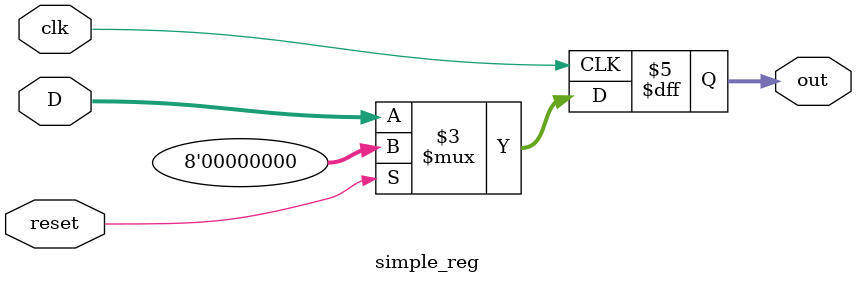
<source format=v>
module simple_reg #(parameter W=8)(D,reset,clk,out);
    input [(W-1):0] D;                 
    input reset,clk;
    output [(W-1):0] out;
    reg [(W-1):0] out;
	 
	 always @(posedge clk)
		if (reset)
			out=0;
		else
			out=D;
endmodule
</source>
